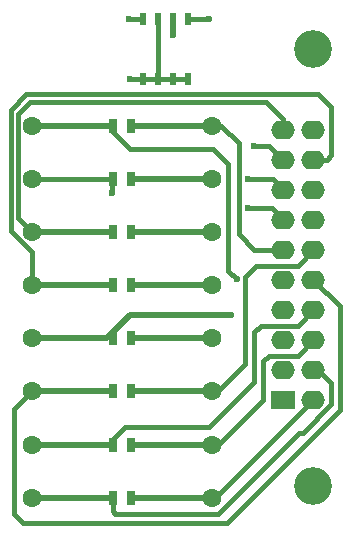
<source format=gtl>
G04*
G04 #@! TF.GenerationSoftware,Altium Limited,Altium Designer,18.1.9 (240)*
G04*
G04 Layer_Physical_Order=1*
G04 Layer_Color=255*
%FSLAX44Y44*%
%MOMM*%
G71*
G01*
G75*
%ADD22R,0.7000X1.3000*%
%ADD23R,0.5100X1.1000*%
%ADD24C,0.4000*%
%ADD25C,0.5000*%
%ADD26C,1.6000*%
%ADD27R,2.0000X1.6000*%
%ADD28O,2.0000X1.6000*%
%ADD29C,3.2000*%
%ADD30C,0.6000*%
D22*
X355500Y580000D02*
D03*
X340000D02*
D03*
Y625000D02*
D03*
X355500D02*
D03*
X340000Y670000D02*
D03*
X355500D02*
D03*
Y715000D02*
D03*
X340000D02*
D03*
Y760000D02*
D03*
X355500D02*
D03*
Y805000D02*
D03*
X340000D02*
D03*
X355500Y850000D02*
D03*
X340000D02*
D03*
Y895000D02*
D03*
X355500D02*
D03*
D23*
X404050Y985500D02*
D03*
X391350D02*
D03*
X378650D02*
D03*
X365950D02*
D03*
X404050Y934500D02*
D03*
X391350D02*
D03*
X378650D02*
D03*
X365950D02*
D03*
D24*
X429260Y566420D02*
X497840Y635000D01*
X500970D02*
X525018Y659047D01*
X497840Y635000D02*
X500970D01*
X436880Y558800D02*
X532384Y654304D01*
X342230Y566420D02*
X429260D01*
X340000Y568650D02*
X342230Y566420D01*
X525018Y659047D02*
Y676902D01*
X432093Y895000D02*
X447040Y880053D01*
Y802960D02*
Y880053D01*
Y802960D02*
X460000Y790000D01*
X525000Y870000D02*
Y910700D01*
X513680Y922020D02*
X525000Y910700D01*
X267020Y922020D02*
X513680D01*
X253680Y908680D02*
X267020Y922020D01*
X513520Y688400D02*
X525018Y676902D01*
X510000Y688400D02*
X513520D01*
X452120Y767120D02*
X461600Y776600D01*
X452120Y692920D02*
Y767120D01*
X429200Y670000D02*
X452120Y692920D01*
X460000Y678440D02*
Y720000D01*
X421640Y640080D02*
X460000Y678440D01*
X350520Y640080D02*
X421640D01*
X467000Y662580D02*
Y695379D01*
X429420Y625000D02*
X467000Y662580D01*
X424080Y625000D02*
X429420D01*
X423820Y670000D02*
X429200D01*
X340000Y629560D02*
X350520Y640080D01*
X340000Y625000D02*
Y629560D01*
X256540Y655120D02*
X271420Y670000D01*
X256540Y566166D02*
Y655120D01*
Y566166D02*
X263906Y558800D01*
X436880D01*
X532384Y654304D02*
Y742216D01*
X427000Y580000D02*
X510000Y663000D01*
X424080Y580000D02*
X427000D01*
X404050Y985500D02*
X404538Y985012D01*
X421386D01*
X354076Y985500D02*
X365950D01*
X365730Y934720D02*
X365950Y934500D01*
X354330Y934720D02*
X365730D01*
X378650Y934500D02*
Y985500D01*
X391350Y934500D02*
X404050D01*
X378650D02*
X391350D01*
X365950D02*
X378650D01*
X338688Y850000D02*
X339344Y849344D01*
X340000Y850000D01*
X271680D02*
X338688D01*
X339344Y838200D02*
Y849344D01*
X510000Y764600D02*
X532384Y742216D01*
X437642Y772358D02*
X445000Y765000D01*
X424080Y895000D02*
X432093D01*
X425000Y875000D02*
X437642Y862358D01*
Y772358D02*
Y862358D01*
X454999Y824998D02*
X475002D01*
X484600Y815400D01*
X454999Y849998D02*
X475402D01*
X484600Y840800D01*
X472600Y878200D02*
X484600Y866200D01*
X460000Y878200D02*
X472600D01*
X484600Y891600D02*
Y900400D01*
X470000Y915000D02*
X484600Y900400D01*
X270000Y915000D02*
X470000D01*
X521200Y866200D02*
X525000Y870000D01*
X510000Y866200D02*
X521200D01*
X253680Y805769D02*
Y908680D01*
Y805769D02*
X271420Y788029D01*
Y760000D02*
Y788029D01*
X259680Y816740D02*
X271420Y805000D01*
X259680Y816740D02*
Y904680D01*
X270000Y915000D01*
X461600Y776600D02*
X496600D01*
X355000Y875000D02*
X425000D01*
X340000Y890000D02*
X355000Y875000D01*
X340000Y890000D02*
Y895000D01*
X472021Y700400D02*
X496600D01*
X467000Y695379D02*
X472021Y700400D01*
X496600Y725800D02*
X510000Y739200D01*
X465800Y725800D02*
X496600D01*
X460000Y720000D02*
X465800Y725800D01*
X496600Y700400D02*
X510000Y713800D01*
X496600Y776600D02*
X510000Y790000D01*
X460000D02*
X484600D01*
X340000Y568650D02*
Y580000D01*
D25*
X391160Y985310D02*
X391350Y985500D01*
X391160Y972058D02*
Y985310D01*
X355500Y625000D02*
X424080D01*
X355500Y670000D02*
X423820D01*
X355000Y735000D02*
X440000D01*
X335000Y715000D02*
X355000Y735000D01*
X271420Y715000D02*
X335000D01*
X355500Y580000D02*
X424080D01*
X271680D02*
X340000D01*
X271680Y625000D02*
X340000D01*
X271420Y670000D02*
X340000D01*
X355500Y715000D02*
X423820D01*
X355500Y760000D02*
X423820D01*
X271420D02*
X340000D01*
X355500Y805000D02*
X423820D01*
X271420D02*
X340000D01*
X355500Y850000D02*
X424080D01*
X355500Y895000D02*
X424080D01*
X271680D02*
X340000D01*
D26*
X271680Y580000D02*
D03*
X424080D02*
D03*
Y625000D02*
D03*
X271680D02*
D03*
X423820Y670000D02*
D03*
X271420D02*
D03*
Y715000D02*
D03*
X423820D02*
D03*
Y760000D02*
D03*
X271420D02*
D03*
Y805000D02*
D03*
X423820D02*
D03*
X271680Y850000D02*
D03*
X424080D02*
D03*
Y895000D02*
D03*
X271680D02*
D03*
D27*
X484600Y663000D02*
D03*
D28*
Y688400D02*
D03*
Y713800D02*
D03*
Y739200D02*
D03*
Y764600D02*
D03*
Y790000D02*
D03*
Y815400D02*
D03*
Y840800D02*
D03*
Y866200D02*
D03*
Y891600D02*
D03*
X510000Y663000D02*
D03*
Y688400D02*
D03*
Y713800D02*
D03*
Y739200D02*
D03*
Y764600D02*
D03*
Y790000D02*
D03*
Y815400D02*
D03*
Y840800D02*
D03*
Y866200D02*
D03*
Y891600D02*
D03*
D29*
Y590000D02*
D03*
Y960000D02*
D03*
D30*
X391160Y972058D02*
D03*
X421386Y985012D02*
D03*
X354076Y985500D02*
D03*
X354330Y934720D02*
D03*
X339344Y838200D02*
D03*
X460000Y878200D02*
D03*
X454999Y849998D02*
D03*
Y824998D02*
D03*
X445000Y765000D02*
D03*
X440000Y735000D02*
D03*
M02*

</source>
